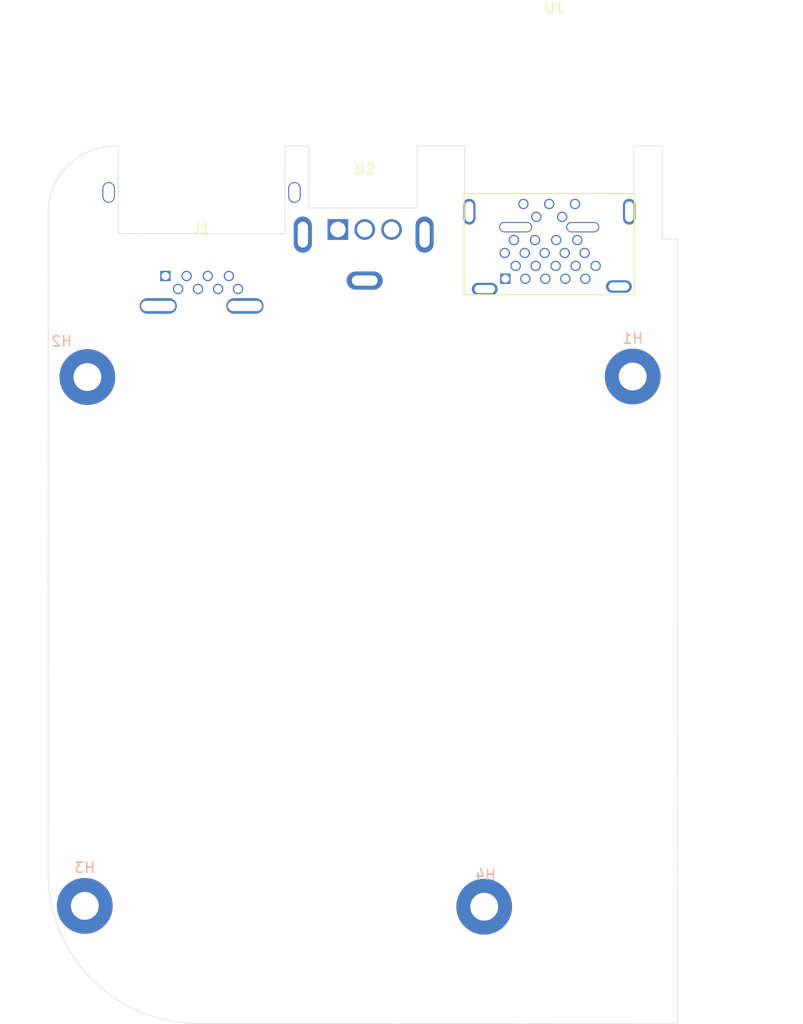
<source format=kicad_pcb>
(kicad_pcb (version 20240108) (generator "pcbnew") (generator_version "8.0")
  (layers (0 "F.Cu" signal) (31 "B.Cu" signal) (34 "B.Paste" user) (35 "F.Paste" user) (36 "B.SilkS" user "B.Silkscreen") (37 "F.SilkS" user "F.Silkscreen") (38 "B.Mask" user) (39 "F.Mask" user) (44 "Edge.Cuts" user))
  (net 0 "")
  (footprint "apple_tv_parts:apple_tv_ethernet" (layer "F.Cu") (at 91.725 79.14)
    (property "Reference" "J1" (at 0 -0.5 0) (layer "F.SilkS") (effects (font (thickness 0.1))))
    (property "Value" "RJ45")
    (pad "" np_thru_hole oval (at -5.6 4.9) (size 2.2 1.8) (drill oval 2.2 1.8) (layers "F&B.Cu" "*.Mask"))
    (pad "" np_thru_hole oval (at 5.6 4.9) (size 2.2 1.8) (drill oval 2.2 1.8) (layers "F&B.Cu" "*.Mask"))
    (pad "1" thru_hole rect (at -3.5 4.1) (size 1 1) (drill 0.762) (layers "*.Cu" "*.Mask"))
    (pad "2" thru_hole circle (at -2.275 5.35) (size 1 1) (drill 0.762) (layers "*.Cu" "*.Mask"))
    (pad "3" thru_hole circle (at -1.45 4.1) (size 1 1) (drill 0.762) (layers "*.Cu" "*.Mask"))
    (pad "4" thru_hole circle (at -0.3375 5.35) (size 1 1) (drill 0.762) (layers "*.Cu" "*.Mask"))
    (pad "5" thru_hole circle (at 0.6 4.1) (size 1 1) (drill 0.762) (layers "*.Cu" "*.Mask"))
    (pad "6" thru_hole circle (at 1.6 5.35) (size 1 1) (drill 0.762) (layers "*.Cu" "*.Mask"))
    (pad "7" thru_hole circle (at 2.65 4.1) (size 1 1) (drill 0.762) (layers "*.Cu" "*.Mask"))
    (pad "8" thru_hole circle (at 3.5375 5.35) (size 1 1) (drill 0.762) (layers "*.Cu" "*.Mask"))
    (pad "9" thru_hole oval (at -9 -4 90) (size 2 1.2) (drill oval 1.8 1) (layers "*.Cu" "*.Mask"))
    (pad "9" thru_hole oval (at -4.2 7) (size 3.6 1.5) (drill oval 3.3 1) (layers "*.Cu" "*.Mask"))
    (pad "9" thru_hole oval (at 4.2 7) (size 3.6 1.5) (drill oval 3.3 1) (layers "*.Cu" "*.Mask"))
    (pad "9" thru_hole oval (at 9 -4 90) (size 2 1.2) (drill oval 1.8 1) (layers "*.Cu" "*.Mask"))
  )
  (footprint "apple_tv_parts:apple_tv_tos_link" (layer "F.Cu") (at 107.54 76.68)
    (property "Reference" "U2" (at 0 -3.8 0) (layer "F.SilkS") (effects (font (thickness 0.1))))
    (property "Value" "apple tv tos link")
    (pad "" np_thru_hole oval (at -6 2.55 90) (size 3.5 1.75) (drill oval 2.5 1) (layers "F&B.Cu" "*.Mask"))
    (pad "" np_thru_hole circle (at -4.4 5.4) (size 2.2 2.2) (drill 2.2) (layers "F&B.Cu" "*.Mask"))
    (pad "" np_thru_hole oval (at 0 7) (size 3.5 1.75) (drill oval 2.5 1) (layers "F&B.Cu" "*.Mask"))
    (pad "" np_thru_hole circle (at 4.4 5.4) (size 2.2 2.2) (drill 2.2) (layers "F&B.Cu" "*.Mask"))
    (pad "" np_thru_hole oval (at 5.8 2.55 90) (size 3.5 1.75) (drill oval 2.5 1) (layers "F&B.Cu" "*.Mask"))
    (pad "1" thru_hole rect (at -2.6 2.05) (size 2 2) (drill 1.5) (layers "*.Cu" "*.Mask"))
    (pad "2" thru_hole circle (at 0 2.05) (size 2 2) (drill 1.5) (layers "*.Cu" "*.Mask"))
    (pad "3" thru_hole circle (at 2.6 2.05) (size 2 2) (drill 1.5) (layers "*.Cu" "*.Mask"))
  )
  (footprint "apple_tv_parts:apple_tv_hdmi_usb" (layer "F.Cu") (at 125.42 75.255)
    (property "Reference" "U1" (at 0.5 -18 0) (layer "F.SilkS") (effects (font (thickness 0.1))))
    (property "Value" "HDMI/USB")
    (fp_rect (start -8.25 0) (end 8.25 9.8) (stroke (width 0.1)) (fill none) (layer "F.SilkS"))
    (pad "" np_thru_hole circle (at -7.25 5.75 90) (size 1.3 1.3) (drill 1.3) (layers "F&B.Cu" "*.Mask"))
    (pad "" np_thru_hole circle (at 7.25 5.75 90) (size 1.3 1.3) (drill 1.3) (layers "F&B.Cu" "*.Mask"))
    (pad "1" thru_hole rect (at -4.25 8.25) (size 1 1) (drill 0.762) (layers "*.Cu" "*.Mask"))
    (pad "2" thru_hole circle (at -3.25 7) (size 1 1) (drill 0.762) (layers "*.Cu" "*.Mask"))
    (pad "3" thru_hole circle (at -4.3125 5.75) (size 1 1) (drill 0.762) (layers "*.Cu" "*.Mask"))
    (pad "4" thru_hole circle (at -3.425 4.5) (size 1 1) (drill 0.762) (layers "*.Cu" "*.Mask"))
    (pad "5" thru_hole circle (at -2.3125 8.25) (size 1 1) (drill 0.762) (layers "*.Cu" "*.Mask"))
    (pad "6" thru_hole circle (at -2.375 5.75) (size 1 1) (drill 0.762) (layers "*.Cu" "*.Mask"))
    (pad "7" thru_hole circle (at -1.3125 7) (size 1 1) (drill 0.762) (layers "*.Cu" "*.Mask"))
    (pad "8" thru_hole circle (at -1.375 4.5) (size 1 1) (drill 0.762) (layers "*.Cu" "*.Mask"))
    (pad "9" thru_hole circle (at -0.375 8.25) (size 1 1) (drill 0.762) (layers "*.Cu" "*.Mask"))
    (pad "10" thru_hole circle (at -0.4375 5.75) (size 1 1) (drill 0.762) (layers "*.Cu" "*.Mask"))
    (pad "11" thru_hole circle (at 0.625 7) (size 1 1) (drill 0.762) (layers "*.Cu" "*.Mask"))
    (pad "12" thru_hole circle (at 0.675 4.5) (size 1 1) (drill 0.762) (layers "*.Cu" "*.Mask"))
    (pad "13" thru_hole circle (at 1.5625 8.25) (size 1 1) (drill 0.762) (layers "*.Cu" "*.Mask"))
    (pad "14" thru_hole circle (at 1.5 5.75) (size 1 1) (drill 0.762) (layers "*.Cu" "*.Mask"))
    (pad "15" thru_hole circle (at 2.5625 7) (size 1 1) (drill 0.762) (layers "*.Cu" "*.Mask"))
    (pad "16" thru_hole circle (at 2.725 4.5) (size 1 1) (drill 0.762) (layers "*.Cu" "*.Mask"))
    (pad "17" thru_hole circle (at 3.5 8.25) (size 1 1) (drill 0.762) (layers "*.Cu" "*.Mask"))
    (pad "18" thru_hole circle (at 3.4375 5.75) (size 1 1) (drill 0.762) (layers "*.Cu" "*.Mask"))
    (pad "19" thru_hole circle (at 4.5 7) (size 1 1) (drill 0.762) (layers "*.Cu" "*.Mask"))
    (pad "20" thru_hole circle (at -2.5 1) (size 1 1) (drill 0.762) (layers "*.Cu" "*.Mask"))
    (pad "21" thru_hole circle (at 0 1) (size 1 1) (drill 0.762) (layers "*.Cu" "*.Mask"))
    (pad "22" thru_hole circle (at -1.25 2.25) (size 1 1) (drill 0.762) (layers "*.Cu" "*.Mask"))
    (pad "23" thru_hole circle (at 1.25 2.25) (size 1 1) (drill 0.762) (layers "*.Cu" "*.Mask"))
    (pad "24" thru_hole circle (at 2.5 1) (size 1 1) (drill 0.762) (layers "*.Cu" "*.Mask"))
    (pad "25" thru_hole oval (at -7.75 1.75 90) (size 2.5 1.2) (drill oval 2 0.8) (layers "*.Cu" "*.Mask"))
    (pad "25" thru_hole oval (at -6.25 9.25) (size 2.5 1.2) (drill oval 2 0.8) (layers "*.Cu" "*.Mask"))
    (pad "25" thru_hole oval (at -3.25 3.25) (size 3.2 1) (drill oval 3 0.8) (layers "*.Cu" "*.Mask"))
    (pad "25" thru_hole oval (at 3.25 3.25) (size 3.2 1) (drill oval 3 0.8) (layers "*.Cu" "*.Mask"))
    (pad "25" thru_hole oval (at 6.75 9) (size 2.5 1.2) (drill oval 2 0.8) (layers "*.Cu" "*.Mask"))
    (pad "25" thru_hole oval (at 7.75 1.75 90) (size 2.5 1.2) (drill oval 2 0.8) (layers "*.Cu" "*.Mask"))
  )
  (footprint "MountingHole:MountingHole_2.7mm_Pad" (layer "B.Cu") (at 80.41 144.27 180)
    (property "Reference" "H3" (at 0 3.7 0) (layer "B.SilkS") (effects (justify mirror)))
    (property "Value" "MountingHole")
    (pad "1" thru_hole circle (at 0 0 180) (size 5.4 5.4) (drill 2.7) (layers "*.Cu" "*.Mask"))
  )
  (footprint "MountingHole:MountingHole_2.7mm_Pad" (layer "B.Cu") (at 119.12 144.35 180)
    (property "Reference" "H4" (at -0.13 3.09 0) (layer "B.SilkS") (effects (justify mirror)))
    (property "Value" "MountingHole")
    (pad "1" thru_hole circle (at 0 0 180) (size 5.4 5.4) (drill 2.7) (layers "*.Cu" "*.Mask"))
  )
  (footprint "MountingHole:MountingHole_2.7mm_Pad" (layer "B.Cu") (at 80.66 93.03 180)
    (property "Reference" "H2" (at 2.49 3.47 0) (layer "B.SilkS") (effects (justify mirror)))
    (property "Value" "MountingHole")
    (pad "1" thru_hole circle (at 0 0 180) (size 5.4 5.4) (drill 2.7) (layers "*.Cu" "*.Mask"))
  )
  (footprint "MountingHole:MountingHole_2.7mm_Pad" (layer "B.Cu") (at 133.51 92.98 180)
    (property "Reference" "H1" (at 0 3.7 0) (layer "B.SilkS") (effects (justify mirror)))
    (property "Value" "MountingHole")
    (pad "1" thru_hole circle (at 0 0 180) (size 5.4 5.4) (drill 2.7) (layers "*.Cu" "*.Mask"))
  )
  (gr_line (start 76.86009 77.099993) (end 76.85 141.09) (stroke (width 0.05)) (layer "Edge.Cuts"))
  (gr_line (start 112.62 76.65) (end 102.12 76.65) (stroke (width 0.05)) (layer "Edge.Cuts"))
  (gr_line (start 99.82 70.65) (end 99.82 79.15) (stroke (width 0.05)) (layer "Edge.Cuts"))
  (gr_line (start 99.82 79.15) (end 83.63 79.13) (stroke (width 0.05)) (layer "Edge.Cuts"))
  (gr_line (start 83.63 79.13) (end 83.63 70.63) (stroke (width 0.05)) (layer "Edge.Cuts"))
  (gr_line (start 133.62 75.26) (end 117.22 75.25) (stroke (width 0.05)) (layer "Edge.Cuts"))
  (gr_arc (start 76.86009 77.099993) (mid 78.752758 72.535653) (end 83.32 70.65) (stroke (width 0.05)) (layer "Edge.Cuts"))
  (gr_line (start 91.41 155.660003) (end 137.859999 155.690418) (stroke (width 0.05)) (layer "Edge.Cuts"))
  (gr_line (start 117.22 75.25) (end 117.22 70.65) (stroke (width 0.05)) (layer "Edge.Cuts"))
  (gr_line (start 102.12 70.65) (end 99.82 70.65) (stroke (width 0.05)) (layer "Edge.Cuts"))
  (gr_line (start 83.32 70.65) (end 83.63 70.63) (stroke (width 0.05)) (layer "Edge.Cuts"))
  (gr_line (start 133.619989 70.640418) (end 133.62 75.26) (stroke (width 0.05)) (layer "Edge.Cuts"))
  (gr_line (start 102.12 76.65) (end 102.12 70.65) (stroke (width 0.05)) (layer "Edge.Cuts"))
  (gr_arc (start 91.41 155.660003) (mid 81.110988 151.391941) (end 76.85 141.09) (stroke (width 0.05)) (layer "Edge.Cuts"))
  (gr_line (start 136.36 70.64) (end 136.36 79.64) (stroke (width 0.05)) (layer "Edge.Cuts"))
  (gr_line (start 136.36 70.64) (end 133.619989 70.640418) (stroke (width 0.05)) (layer "Edge.Cuts"))
  (gr_line (start 112.62 70.65) (end 112.62 76.65) (stroke (width 0.05)) (layer "Edge.Cuts"))
  (gr_line (start 117.22 70.65) (end 112.62 70.65) (stroke (width 0.05)) (layer "Edge.Cuts"))
  (gr_line (start 137.859999 155.690418) (end 137.87 79.64) (stroke (width 0.05)) (layer "Edge.Cuts"))
  (gr_line (start 136.36 79.64) (end 137.87 79.64) (stroke (width 0.05)) (layer "Edge.Cuts"))
)
</source>
